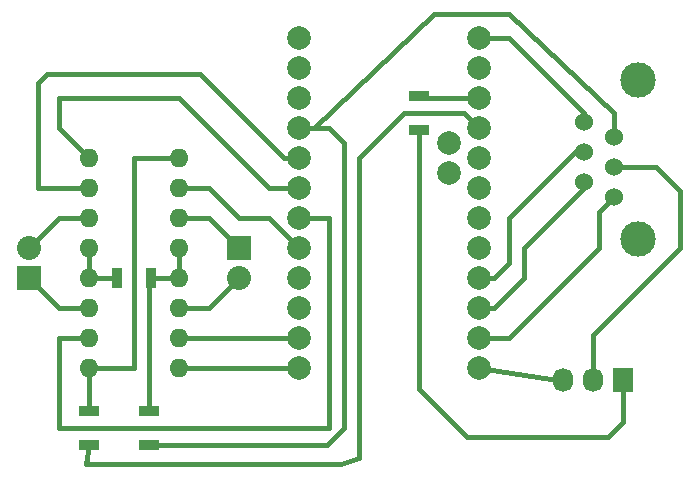
<source format=gbr>
G04 #@! TF.FileFunction,Copper,L1,Top,Signal*
%FSLAX46Y46*%
G04 Gerber Fmt 4.6, Leading zero omitted, Abs format (unit mm)*
G04 Created by KiCad (PCBNEW 4.0.2+dfsg1-stable) date Пят 15 Ліп 2016 17:59:39*
%MOMM*%
G01*
G04 APERTURE LIST*
%ADD10C,0.100000*%
%ADD11C,1.524000*%
%ADD12C,2.999740*%
%ADD13O,1.600000X1.600000*%
%ADD14C,2.000000*%
%ADD15R,2.032000X2.032000*%
%ADD16O,2.032000X2.032000*%
%ADD17R,0.900000X1.700000*%
%ADD18R,1.700000X0.900000*%
%ADD19R,1.727200X2.032000*%
%ADD20O,1.727200X2.032000*%
%ADD21C,0.450000*%
G04 APERTURE END LIST*
D10*
D11*
X181610000Y-106172000D03*
X181610000Y-108712000D03*
X181610000Y-103632000D03*
X184150000Y-109982000D03*
X184150000Y-107442000D03*
X184150000Y-104902000D03*
D12*
X186182000Y-100076000D03*
X186182000Y-113538000D03*
D13*
X139700000Y-106680000D03*
X139700000Y-109220000D03*
X139700000Y-111760000D03*
X139700000Y-114300000D03*
X139700000Y-116840000D03*
X139700000Y-119380000D03*
X139700000Y-121920000D03*
X139700000Y-124460000D03*
X147320000Y-124460000D03*
X147320000Y-121920000D03*
X147320000Y-119380000D03*
X147320000Y-116840000D03*
X147320000Y-114300000D03*
X147320000Y-111760000D03*
X147320000Y-109220000D03*
X147320000Y-106680000D03*
D14*
X172720000Y-96520000D03*
X172720000Y-99060000D03*
X172720000Y-101600000D03*
X172720000Y-104140000D03*
X172720000Y-106680000D03*
X172720000Y-116840000D03*
X172720000Y-119380000D03*
X172720000Y-121920000D03*
X172720000Y-124460000D03*
X170180000Y-105410000D03*
X170180000Y-107950000D03*
X157480000Y-116840000D03*
X157480000Y-114300000D03*
X157480000Y-111760000D03*
X157480000Y-109220000D03*
X157480000Y-106680000D03*
X157480000Y-104140000D03*
X157480000Y-101600000D03*
X157480000Y-99060000D03*
X157480000Y-96520000D03*
X157480000Y-119380000D03*
X157480000Y-121920000D03*
X157480000Y-124460000D03*
X172720000Y-109220000D03*
X172720000Y-111760000D03*
X172720000Y-114300000D03*
D15*
X152400000Y-114300000D03*
D16*
X152400000Y-116840000D03*
D15*
X134620000Y-116840000D03*
D16*
X134620000Y-114300000D03*
D17*
X144960000Y-116840000D03*
X142060000Y-116840000D03*
D18*
X144780000Y-130990000D03*
X144780000Y-128090000D03*
X139700000Y-130990000D03*
X139700000Y-128090000D03*
D19*
X184912000Y-125476000D03*
D20*
X182372000Y-125476000D03*
X179832000Y-125476000D03*
D18*
X167640000Y-101420000D03*
X167640000Y-104320000D03*
D21*
X181610000Y-106172000D02*
X180848000Y-106172000D01*
X180848000Y-106172000D02*
X175260000Y-111760000D01*
X175260000Y-111760000D02*
X175260000Y-115570000D01*
X175260000Y-115570000D02*
X173990000Y-116840000D01*
X173990000Y-116840000D02*
X172720000Y-116840000D01*
X181610000Y-108712000D02*
X181610000Y-109220000D01*
X181610000Y-109220000D02*
X176530000Y-114300000D01*
X176530000Y-114300000D02*
X176530000Y-116840000D01*
X176530000Y-116840000D02*
X173990000Y-119380000D01*
X173990000Y-119380000D02*
X172720000Y-119380000D01*
X181610000Y-103632000D02*
X181610000Y-102870000D01*
X181610000Y-102870000D02*
X175260000Y-96520000D01*
X175260000Y-96520000D02*
X172720000Y-96520000D01*
X172720000Y-121920000D02*
X175260000Y-121920000D01*
X182880000Y-111252000D02*
X184150000Y-109982000D01*
X182880000Y-114300000D02*
X182880000Y-111252000D01*
X175260000Y-121920000D02*
X182880000Y-114300000D01*
X184150000Y-107442000D02*
X187706000Y-107442000D01*
X182372000Y-121666000D02*
X182372000Y-125476000D01*
X189738000Y-114300000D02*
X182372000Y-121666000D01*
X189738000Y-109474000D02*
X189738000Y-114300000D01*
X187706000Y-107442000D02*
X189738000Y-109474000D01*
X184150000Y-107442000D02*
X184912000Y-107442000D01*
X184150000Y-104902000D02*
X184150000Y-102870000D01*
X168910000Y-94488000D02*
X158750000Y-104140000D01*
X175260000Y-94488000D02*
X168910000Y-94488000D01*
X184150000Y-102870000D02*
X175260000Y-94488000D01*
X144780000Y-130990000D02*
X159840000Y-130990000D01*
X160020000Y-104140000D02*
X158750000Y-104140000D01*
X158750000Y-104140000D02*
X157480000Y-104140000D01*
X161290000Y-105410000D02*
X160020000Y-104140000D01*
X161290000Y-129540000D02*
X161290000Y-105410000D01*
X159840000Y-130990000D02*
X161290000Y-129540000D01*
X134620000Y-116840000D02*
X137160000Y-119380000D01*
X137160000Y-119380000D02*
X139700000Y-119380000D01*
X139700000Y-111760000D02*
X137160000Y-111760000D01*
X137160000Y-111760000D02*
X134620000Y-114300000D01*
X139700000Y-106680000D02*
X137160000Y-104140000D01*
X154940000Y-109220000D02*
X157480000Y-109220000D01*
X147320000Y-101600000D02*
X154940000Y-109220000D01*
X137160000Y-101600000D02*
X147320000Y-101600000D01*
X137160000Y-104140000D02*
X137160000Y-101600000D01*
X136398000Y-109220000D02*
X139700000Y-109220000D01*
X135382000Y-109220000D02*
X136398000Y-109220000D01*
X157480000Y-106680000D02*
X156210000Y-106680000D01*
X135382000Y-105918000D02*
X135382000Y-109220000D01*
X135382000Y-100330000D02*
X135382000Y-105918000D01*
X136144000Y-99568000D02*
X135382000Y-100330000D01*
X149098000Y-99568000D02*
X136144000Y-99568000D01*
X156210000Y-106680000D02*
X149098000Y-99568000D01*
X137160000Y-127000000D02*
X137160000Y-129540000D01*
X137160000Y-121920000D02*
X137160000Y-127000000D01*
X139700000Y-121920000D02*
X137160000Y-121920000D01*
X160020000Y-111760000D02*
X157480000Y-111760000D01*
X160020000Y-129540000D02*
X160020000Y-111760000D01*
X137160000Y-129540000D02*
X160020000Y-129540000D01*
X147320000Y-124460000D02*
X157480000Y-124460000D01*
X157480000Y-121920000D02*
X147320000Y-121920000D01*
X147320000Y-109220000D02*
X149860000Y-109220000D01*
X154940000Y-111760000D02*
X157480000Y-114300000D01*
X152400000Y-111760000D02*
X154940000Y-111760000D01*
X149860000Y-109220000D02*
X152400000Y-111760000D01*
X147320000Y-111760000D02*
X149860000Y-111760000D01*
X149860000Y-111760000D02*
X152400000Y-114300000D01*
X152400000Y-116840000D02*
X149860000Y-119380000D01*
X149860000Y-119380000D02*
X147320000Y-119380000D01*
X147320000Y-116840000D02*
X144960000Y-116840000D01*
X147320000Y-116840000D02*
X147320000Y-114300000D01*
X144780000Y-128090000D02*
X144780000Y-117020000D01*
X144780000Y-117020000D02*
X144960000Y-116840000D01*
X139700000Y-116840000D02*
X139700000Y-114300000D01*
X142060000Y-116840000D02*
X139700000Y-116840000D01*
X139700000Y-130990000D02*
X139446000Y-132588000D01*
X171450000Y-102870000D02*
X172720000Y-104140000D01*
X166370000Y-102870000D02*
X171450000Y-102870000D01*
X162560000Y-106680000D02*
X166370000Y-102870000D01*
X162560000Y-132080000D02*
X162560000Y-106680000D01*
X161036000Y-132588000D02*
X162560000Y-132080000D01*
X139446000Y-132588000D02*
X161036000Y-132588000D01*
X139700000Y-128090000D02*
X139700000Y-124460000D01*
X147320000Y-106680000D02*
X143510000Y-106680000D01*
X143510000Y-124460000D02*
X139700000Y-124460000D01*
X143510000Y-106680000D02*
X143510000Y-124460000D01*
X184912000Y-125476000D02*
X184912000Y-129032000D01*
X167640000Y-126238000D02*
X167640000Y-104320000D01*
X171704000Y-130302000D02*
X167640000Y-126238000D01*
X183642000Y-130302000D02*
X171704000Y-130302000D01*
X184912000Y-129032000D02*
X183642000Y-130302000D01*
X179832000Y-125476000D02*
X179324000Y-125476000D01*
X179324000Y-125476000D02*
X172720000Y-124460000D01*
X172720000Y-101600000D02*
X167820000Y-101600000D01*
X167820000Y-101600000D02*
X167640000Y-101420000D01*
M02*

</source>
